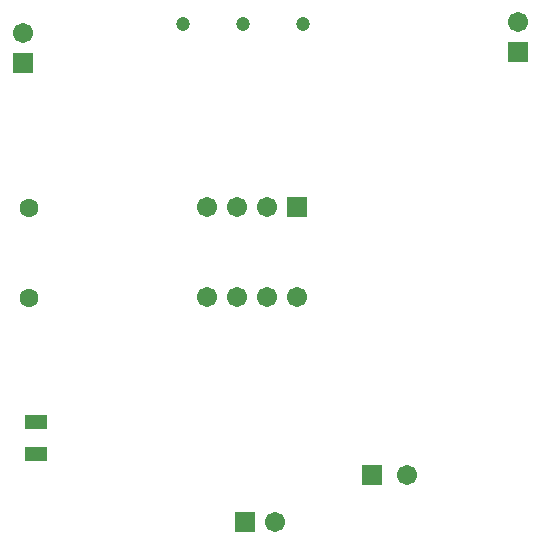
<source format=gts>
G04 Layer_Color=8388736*
%FSAX25Y25*%
%MOIN*%
G70*
G01*
G75*
%ADD22R,0.07493X0.05131*%
%ADD23R,0.06706X0.06706*%
%ADD24C,0.06706*%
%ADD25C,0.04737*%
%ADD26R,0.06706X0.06706*%
%ADD27C,0.06312*%
D22*
X0220000Y0335685D02*
D03*
Y0346315D02*
D03*
D23*
X0215500Y0466000D02*
D03*
X0380500Y0469500D02*
D03*
X0307000Y0418000D02*
D03*
D24*
X0215500Y0476000D02*
D03*
X0380500Y0479500D02*
D03*
X0343500Y0328500D02*
D03*
X0277000Y0388000D02*
D03*
X0287000D02*
D03*
X0297000D02*
D03*
X0307000D02*
D03*
X0277000Y0418000D02*
D03*
X0287000D02*
D03*
X0297000D02*
D03*
X0299500Y0313000D02*
D03*
D25*
X0268823Y0479122D02*
D03*
X0288823D02*
D03*
X0308823D02*
D03*
D26*
X0332000Y0328500D02*
D03*
X0289500Y0313000D02*
D03*
D27*
X0217500Y0387500D02*
D03*
Y0417500D02*
D03*
M02*

</source>
